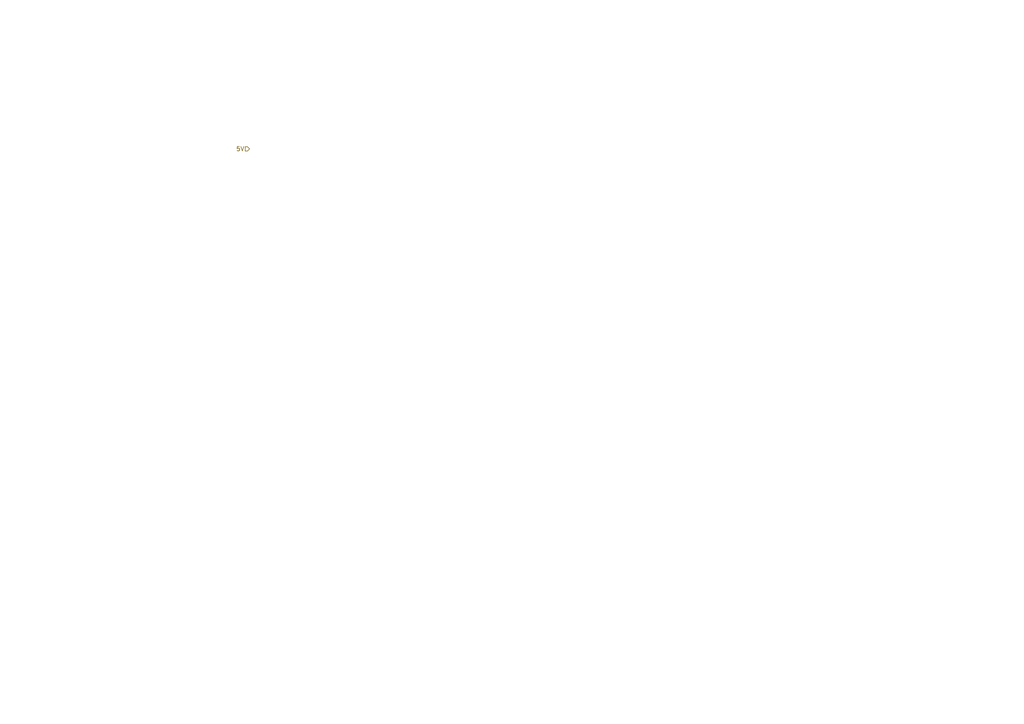
<source format=kicad_sch>
(kicad_sch (version 20230121) (generator eeschema)
  (paper "A4")
  (lib_symbols)
  (hierarchical_label "5V" (shape input) (at 72.39 43.18 180))
)
</source>
